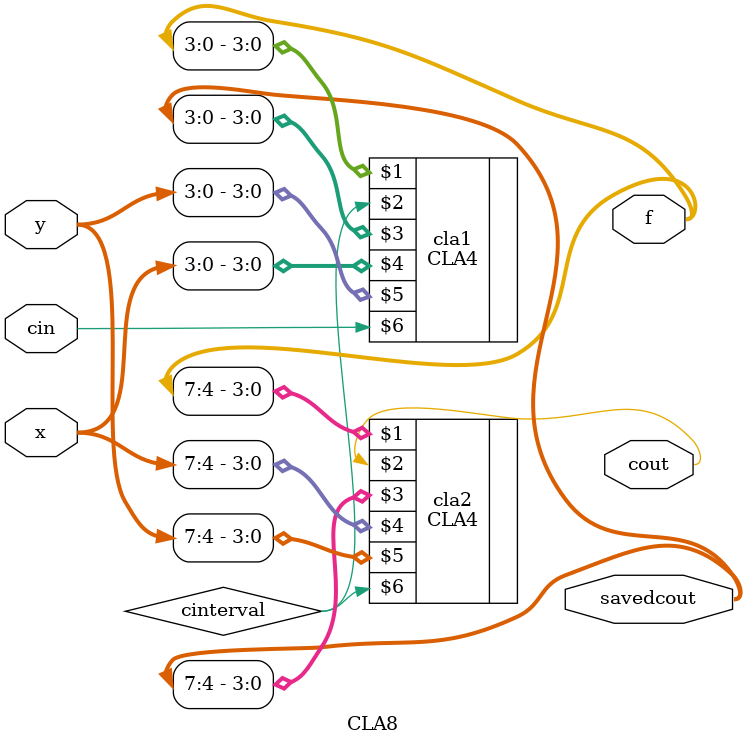
<source format=v>
`timescale 1ns / 1ps


module CLA8(
    output [7:0] f,
    output cout,
    output [7:0] savedcout,
    input [7:0] x, y,
    input cin
    );
    
wire cinterval;
CLA4 cla1(f[3:0],cinterval,savedcout[3:0],x[3:0],y[3:0],cin);
CLA4 cla2(f[7:4],cout,savedcout[7:4],x[7:4],y[7:4],cinterval);

endmodule

</source>
